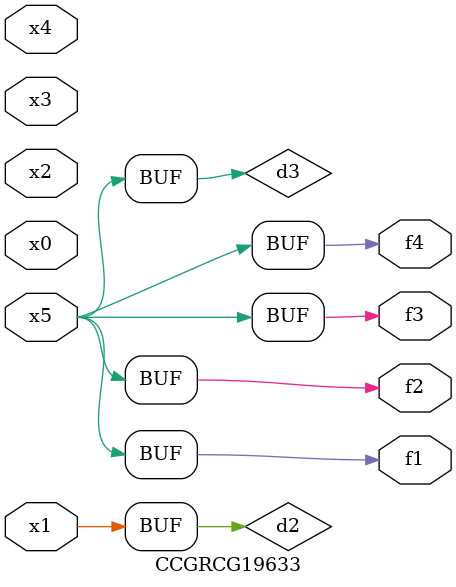
<source format=v>
module CCGRCG19633(
	input x0, x1, x2, x3, x4, x5,
	output f1, f2, f3, f4
);

	wire d1, d2, d3;

	not (d1, x5);
	or (d2, x1);
	xnor (d3, d1);
	assign f1 = d3;
	assign f2 = d3;
	assign f3 = d3;
	assign f4 = d3;
endmodule

</source>
